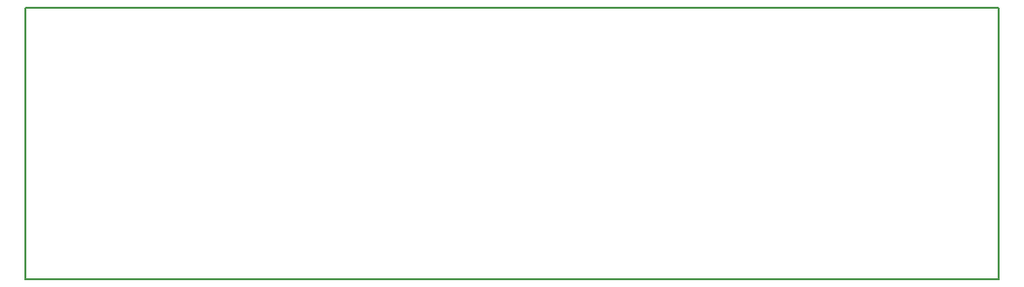
<source format=gm1>
G04 MADE WITH FRITZING*
G04 WWW.FRITZING.ORG*
G04 DOUBLE SIDED*
G04 HOLES PLATED*
G04 CONTOUR ON CENTER OF CONTOUR VECTOR*
%ASAXBY*%
%FSLAX23Y23*%
%MOIN*%
%OFA0B0*%
%SFA1.0B1.0*%
%ADD10R,3.333330X0.935791*%
%ADD11C,0.008000*%
%ADD10C,0.008*%
%LNCONTOUR*%
G90*
G70*
G54D10*
G54D11*
X4Y932D02*
X3329Y932D01*
X3329Y4D01*
X4Y4D01*
X4Y932D01*
D02*
G04 End of contour*
M02*
</source>
